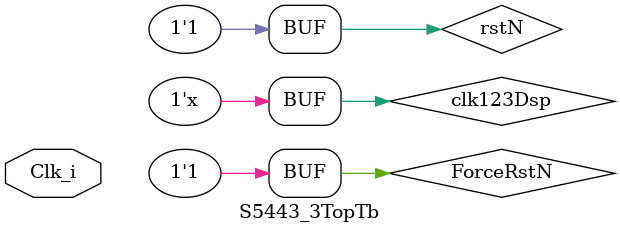
<source format=v>
`timescale 1ns / 1ps


module	S5443_3TopTb
(
	input	Clk_i
);

//================================================================================
//  REG/WIRE
	reg	clk123Dsp;
	wire	start;
	reg	rstN;
	reg	ForceRstN;
	
	wire	[15:0]	data;
	wire	[10:0]	addr;
	wire	awe;
	wire	amsn;
	wire	aoe;
	wire	are;
	wire	[1:0]	be;
	
	reg	[31:0]	tbCnt;
//================================================================================
//  LOCALPARAM
	
//================================================================================
//  ASSIGNMENTS	
	always	#8.13	clk123Dsp	=	~clk123Dsp;
	assign	start	=	(tbCnt==50||tbCnt==51);
//================================================================================
//  CODING

initial	begin
	rstN		=	0;
	ForceRstN	=	0;
	clk123Dsp	=	1;
	#20
	rstN		=	1;
	ForceRstN	=	1;
	
end

always	@(posedge	clk123Dsp)	begin
	if	(rstN)	begin
		tbCnt	<=	tbCnt+32'd1;
	end	else	begin
		tbCnt	<=	0;
	end
end

DspSmcModel	DspSmcModel
(
	.Clk120MHz_i	(clk123Dsp),
	.RstN_i			(rstN),
	.SmcD_o			(data),
	.SmcA_o			(addr),
	.SmcAwe_o		(awe),
	.SmcAmsN_o		(amsn),
	.SmcAoe_o		(aoe),
	.SmcAre_o		(are),
	.SmcBe_o		(be),
	
	.Start_i		(start)
);

S5443_3Top S5443_3Top
(
	.Clk123_i	(clk123Dsp),
	.SmcAddr_i	(addr),
	.SmcData_i	(data),
    
	.SmcAwe_i	(awe),
	.SmcAmsN_i	(amsn),
	
	.SmcAre_i	(are),
	.SmcBe_i	(be),
	.SmcAoe_i	(aoe),
	.LD_i		(),
	
	.Led_o		(),
	
	.Mosi0_o	(),
	.Mosi1_o	(),
	.Mosi2_o	(),
	.Mosi3_o	(),
	.Ss_o		(),
	.SsFlash_o	(),
	.Sck_o		(),
	.SpiRst_o	(),
	.LD_o		()
);
endmodule
</source>
